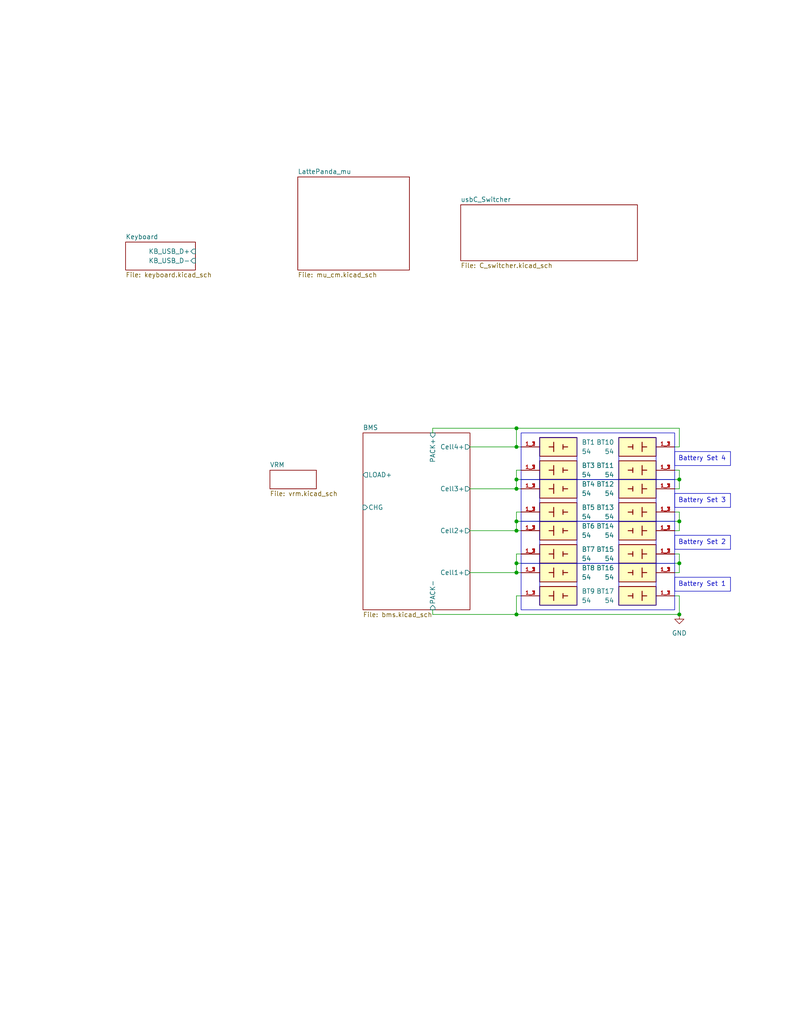
<source format=kicad_sch>
(kicad_sch (version 20231120) (generator "eeschema") (generator_version "8.0")
  (paper "USLetter" portrait)
  (title_block (rev "0"))
  (lib_symbols
    (symbol "54:54" (pin_names (offset 1.016))
      (property "Reference" "BT" (at -5.08 3.302 0))
      (property "Value" "54" (at -5.08 -5.08 0))
      (symbol "54_0_0"
        (rectangle (start -5.08 -2.54) (end 5.08 2.54) (stroke (width 0.254)) (fill (type background)))
        (polyline (pts (xy -1.27 0) (xy -2.54 0)) (stroke (width 0.254)))
        (polyline (pts (xy -1.27 0) (xy -1.27 -1.27)) (stroke (width 0.254)))
        (polyline (pts (xy -1.27 1.27) (xy -1.27 0)) (stroke (width 0.254)))
        (polyline (pts (xy 1.27 0) (xy 1.27 -0.635)) (stroke (width 0.254)))
        (polyline (pts (xy 1.27 0) (xy 2.54 0)) (stroke (width 0.254)))
        (polyline (pts (xy 1.27 0.635) (xy 1.27 0)) (stroke (width 0.254)))
        (pin passive line (at -10.16 0 0) (length 5.08) (name "~") (number "1_1"))
        (pin passive line (at -10.16 0 0) (length 5.08) (name "~") (number "1_2"))
        (pin passive line (at -10.16 0 0) (length 5.08) (name "~") (number "1_3"))
      )
    )
    (symbol "power:GND" (power) (pin_numbers hide) (pin_names (offset 0) hide)
      (property "Value" "GND" (at 0 -3.81 0))
      (symbol "GND_0_1"
        (polyline (pts (xy 0 0) (xy 0 -1.27) (xy 1.27 -1.27) (xy 0 -2.54) (xy -1.27 -1.27) (xy 0 -1.27)))
      )
      (symbol "GND_1_1"
        (pin power_in line (at 0 0 270) (length 0) (name "~") (number "1"))
      )
    )
  )
  (junction (at 140.97 121.92))
  (junction (at 140.97 116.84))
  (junction (at 140.97 167.64))
  (junction (at 185.42 153.67))
  (junction (at 140.97 133.35))
  (junction (at 140.97 130.81))
  (junction (at 185.42 142.24))
  (junction (at 140.97 144.78))
  (junction (at 140.97 142.24))
  (junction (at 185.42 130.81))
  (junction (at 185.42 167.64))
  (junction (at 140.97 153.67))
  (junction (at 140.97 156.21))
  (wire (pts (xy 140.97 121.92) (xy 140.97 116.84)))
  (wire (pts (xy 185.42 162.56) (xy 185.42 167.64)))
  (wire (pts (xy 185.42 142.24) (xy 185.42 139.7)))
  (wire (pts (xy 185.42 139.7) (xy 184.15 139.7)))
  (wire (pts (xy 184.15 121.92) (xy 185.42 121.92)))
  (wire (pts (xy 140.97 151.13) (xy 142.24 151.13)))
  (wire (pts (xy 140.97 156.21) (xy 140.97 153.67)))
  (wire (pts (xy 140.97 142.24) (xy 140.97 139.7)))
  (wire (pts (xy 118.11 116.84) (xy 118.11 118.11)))
  (wire (pts (xy 140.97 167.64) (xy 140.97 162.56)))
  (wire (pts (xy 118.11 166.37) (xy 118.11 167.64)))
  (wire (pts (xy 184.15 144.78) (xy 185.42 144.78)))
  (wire (pts (xy 184.15 156.21) (xy 185.42 156.21)))
  (wire (pts (xy 140.97 128.27) (xy 142.24 128.27)))
  (wire (pts (xy 185.42 167.64) (xy 140.97 167.64)))
  (wire (pts (xy 142.24 144.78) (xy 140.97 144.78)))
  (wire (pts (xy 185.42 156.21) (xy 185.42 153.67)))
  (wire (pts (xy 185.42 130.81) (xy 185.42 128.27)))
  (wire (pts (xy 184.15 128.27) (xy 185.42 128.27)))
  (wire (pts (xy 118.11 167.64) (xy 140.97 167.64)))
  (wire (pts (xy 142.24 156.21) (xy 140.97 156.21)))
  (wire (pts (xy 185.42 151.13) (xy 184.15 151.13)))
  (wire (pts (xy 140.97 144.78) (xy 140.97 142.24)))
  (wire (pts (xy 140.97 153.67) (xy 185.42 153.67)))
  (wire (pts (xy 142.24 133.35) (xy 140.97 133.35)))
  (wire (pts (xy 142.24 121.92) (xy 140.97 121.92)))
  (wire (pts (xy 140.97 116.84) (xy 185.42 116.84)))
  (wire (pts (xy 140.97 162.56) (xy 142.24 162.56)))
  (wire (pts (xy 128.27 133.35) (xy 140.97 133.35)))
  (wire (pts (xy 140.97 139.7) (xy 142.24 139.7)))
  (wire (pts (xy 140.97 133.35) (xy 140.97 130.81)))
  (wire (pts (xy 140.97 153.67) (xy 140.97 151.13)))
  (wire (pts (xy 185.42 133.35) (xy 185.42 130.81)))
  (wire (pts (xy 184.15 162.56) (xy 185.42 162.56)))
  (wire (pts (xy 128.27 144.78) (xy 140.97 144.78)))
  (wire (pts (xy 128.27 121.92) (xy 140.97 121.92)))
  (wire (pts (xy 184.15 133.35) (xy 185.42 133.35)))
  (wire (pts (xy 140.97 130.81) (xy 140.97 128.27)))
  (wire (pts (xy 140.97 130.81) (xy 185.42 130.81)))
  (wire (pts (xy 140.97 142.24) (xy 185.42 142.24)))
  (wire (pts (xy 185.42 153.67) (xy 185.42 151.13)))
  (wire (pts (xy 118.11 116.84) (xy 140.97 116.84)))
  (wire (pts (xy 185.42 116.84) (xy 185.42 121.92)))
  (wire (pts (xy 185.42 144.78) (xy 185.42 142.24)))
  (wire (pts (xy 128.27 156.21) (xy 140.97 156.21)))
  (rectangle (start 147.32 119.38) (end 157.48 130.81))
  (rectangle (start 168.91 119.38) (end 179.07 130.81))
  (rectangle (start 147.32 142.24) (end 157.48 153.67))
  (rectangle (start 142.24 130.81) (end 184.15 142.24))
  (rectangle (start 168.91 130.81) (end 179.07 142.24))
  (rectangle (start 168.91 153.67) (end 179.07 165.1))
  (rectangle (start 147.32 153.67) (end 157.48 165.1))
  (rectangle (start 147.32 130.81) (end 157.48 142.24))
  (rectangle (start 142.24 142.24) (end 184.15 153.67))
  (rectangle (start 168.91 142.24) (end 179.07 153.67))
  (rectangle (start 142.24 153.67) (end 184.15 166.37))
  (rectangle (start 142.24 118.11) (end 184.15 130.81))
  (text_box "Battery Set 2\n" (at 184.15 146.05 0) (size 15.24 3.81) (effects (font (size 1.27 1.27)) (justify left top)))
  (text_box "Battery Set 1" (at 184.15 157.48 0) (size 15.24 3.81) (effects (font (size 1.27 1.27)) (justify left top)))
  (text_box "Battery Set 3\n" (at 184.15 134.62 0) (size 15.24 3.81) (effects (font (size 1.27 1.27)) (justify left top)))
  (text_box "Battery Set 4" (at 184.15 123.19 0) (size 15.24 3.81) (effects (font (size 1.27 1.27)) (justify left top)))
  (symbol (lib_id "54:54") (at 173.99 144.78 0) (mirror y) (unit 1)
    (property "Reference" "BT14" (at 167.64 143.5099 0) (effects (justify left)))
    (property "Value" "54" (at 167.64 146.0499 0) (effects (justify left)))
    (property "Footprint" "54:BAT_54" (effects (hide yes)))
    (property "MF" "Keystone Electronics" (effects (hide yes)))
    (property "MAXIMUM_PACKAGE_HEIGHT" "18.3mm" (effects (hide yes)))
    (property "Package" "NON-STANDARD Keystone" (effects (hide yes)))
    (property "Price" "None" (effects (hide yes)))
    (property "Check_prices" "https://www.snapeda.com/parts/54/Keystone/view-part/?ref=eda" (effects (hide yes)))
    (property "STANDARD" "Manufacturer Recommendations" (effects (hide yes)))
    (property "PARTREV" "E" (effects (hide yes)))
    (property "SnapEDA_Link" "https://www.snapeda.com/parts/54/Keystone/view-part/?ref=snap" (effects (hide yes)))
    (property "MP" "54" (effects (hide yes)))
    (property "Description_1" "\n                        \n                            Battery Clip, THM, 1 Cell, 17mm-19mm, CR123A, 2/3A, 17350, 18350, 18650 | Keystone Electronics 54\n                        \n" (effects (hide yes)))
    (property "MANUFACTURER" "Keystone Electronics" (effects (hide yes)))
    (property "Availability" "In Stock" (effects (hide yes)))
    (property "SNAPEDA_PN" "54" (effects (hide yes)))
  )
  (symbol (lib_id "54:54") (at 152.4 128.27 0) (unit 1)
    (property "Reference" "BT3" (at 158.75 126.9999 0) (effects (justify left)))
    (property "Value" "54" (at 158.75 129.5399 0) (effects (justify left)))
    (property "Footprint" "54:BAT_54" (effects (hide yes)))
    (property "MF" "Keystone Electronics" (effects (hide yes)))
    (property "MAXIMUM_PACKAGE_HEIGHT" "18.3mm" (effects (hide yes)))
    (property "Package" "NON-STANDARD Keystone" (effects (hide yes)))
    (property "Price" "None" (effects (hide yes)))
    (property "Check_prices" "https://www.snapeda.com/parts/54/Keystone/view-part/?ref=eda" (effects (hide yes)))
    (property "STANDARD" "Manufacturer Recommendations" (effects (hide yes)))
    (property "PARTREV" "E" (effects (hide yes)))
    (property "SnapEDA_Link" "https://www.snapeda.com/parts/54/Keystone/view-part/?ref=snap" (effects (hide yes)))
    (property "MP" "54" (effects (hide yes)))
    (property "Description_1" "\n                        \n                            Battery Clip, THM, 1 Cell, 17mm-19mm, CR123A, 2/3A, 17350, 18350, 18650 | Keystone Electronics 54\n                        \n" (effects (hide yes)))
    (property "MANUFACTURER" "Keystone Electronics" (effects (hide yes)))
    (property "Availability" "In Stock" (effects (hide yes)))
    (property "SNAPEDA_PN" "54" (effects (hide yes)))
  )
  (symbol (lib_id "54:54") (at 173.99 121.92 0) (mirror y) (unit 1)
    (property "Reference" "BT10" (at 167.64 120.6499 0) (effects (justify left)))
    (property "Value" "54" (at 167.64 123.1899 0) (effects (justify left)))
    (property "Footprint" "54:BAT_54" (effects (hide yes)))
    (property "MF" "Keystone Electronics" (effects (hide yes)))
    (property "MAXIMUM_PACKAGE_HEIGHT" "18.3mm" (effects (hide yes)))
    (property "Package" "NON-STANDARD Keystone" (effects (hide yes)))
    (property "Price" "None" (effects (hide yes)))
    (property "Check_prices" "https://www.snapeda.com/parts/54/Keystone/view-part/?ref=eda" (effects (hide yes)))
    (property "STANDARD" "Manufacturer Recommendations" (effects (hide yes)))
    (property "PARTREV" "E" (effects (hide yes)))
    (property "SnapEDA_Link" "https://www.snapeda.com/parts/54/Keystone/view-part/?ref=snap" (effects (hide yes)))
    (property "MP" "54" (effects (hide yes)))
    (property "Description_1" "\n                        \n                            Battery Clip, THM, 1 Cell, 17mm-19mm, CR123A, 2/3A, 17350, 18350, 18650 | Keystone Electronics 54\n                        \n" (effects (hide yes)))
    (property "MANUFACTURER" "Keystone Electronics" (effects (hide yes)))
    (property "Availability" "In Stock" (effects (hide yes)))
    (property "SNAPEDA_PN" "54" (effects (hide yes)))
  )
  (symbol (lib_id "54:54") (at 173.99 162.56 0) (mirror y) (unit 1)
    (property "Reference" "BT17" (at 167.64 161.2899 0) (effects (justify left)))
    (property "Value" "54" (at 167.64 163.8299 0) (effects (justify left)))
    (property "Footprint" "54:BAT_54" (effects (hide yes)))
    (property "MF" "Keystone Electronics" (effects (hide yes)))
    (property "MAXIMUM_PACKAGE_HEIGHT" "18.3mm" (effects (hide yes)))
    (property "Package" "NON-STANDARD Keystone" (effects (hide yes)))
    (property "Price" "None" (effects (hide yes)))
    (property "Check_prices" "https://www.snapeda.com/parts/54/Keystone/view-part/?ref=eda" (effects (hide yes)))
    (property "STANDARD" "Manufacturer Recommendations" (effects (hide yes)))
    (property "PARTREV" "E" (effects (hide yes)))
    (property "SnapEDA_Link" "https://www.snapeda.com/parts/54/Keystone/view-part/?ref=snap" (effects (hide yes)))
    (property "MP" "54" (effects (hide yes)))
    (property "Description_1" "\n                        \n                            Battery Clip, THM, 1 Cell, 17mm-19mm, CR123A, 2/3A, 17350, 18350, 18650 | Keystone Electronics 54\n                        \n" (effects (hide yes)))
    (property "MANUFACTURER" "Keystone Electronics" (effects (hide yes)))
    (property "Availability" "In Stock" (effects (hide yes)))
    (property "SNAPEDA_PN" "54" (effects (hide yes)))
  )
  (symbol (lib_id "54:54") (at 152.4 133.35 0) (unit 1)
    (property "Reference" "BT4" (at 158.75 132.0799 0) (effects (justify left)))
    (property "Value" "54" (at 158.75 134.6199 0) (effects (justify left)))
    (property "Footprint" "54:BAT_54" (effects (hide yes)))
    (property "MF" "Keystone Electronics" (effects (hide yes)))
    (property "MAXIMUM_PACKAGE_HEIGHT" "18.3mm" (effects (hide yes)))
    (property "Package" "NON-STANDARD Keystone" (effects (hide yes)))
    (property "Price" "None" (effects (hide yes)))
    (property "Check_prices" "https://www.snapeda.com/parts/54/Keystone/view-part/?ref=eda" (effects (hide yes)))
    (property "STANDARD" "Manufacturer Recommendations" (effects (hide yes)))
    (property "PARTREV" "E" (effects (hide yes)))
    (property "SnapEDA_Link" "https://www.snapeda.com/parts/54/Keystone/view-part/?ref=snap" (effects (hide yes)))
    (property "MP" "54" (effects (hide yes)))
    (property "Description_1" "\n                        \n                            Battery Clip, THM, 1 Cell, 17mm-19mm, CR123A, 2/3A, 17350, 18350, 18650 | Keystone Electronics 54\n                        \n" (effects (hide yes)))
    (property "MANUFACTURER" "Keystone Electronics" (effects (hide yes)))
    (property "Availability" "In Stock" (effects (hide yes)))
    (property "SNAPEDA_PN" "54" (effects (hide yes)))
  )
  (symbol (lib_id "54:54") (at 173.99 133.35 0) (mirror y) (unit 1)
    (property "Reference" "BT12" (at 167.64 132.0799 0) (effects (justify left)))
    (property "Value" "54" (at 167.64 134.6199 0) (effects (justify left)))
    (property "Footprint" "54:BAT_54" (effects (hide yes)))
    (property "MF" "Keystone Electronics" (effects (hide yes)))
    (property "MAXIMUM_PACKAGE_HEIGHT" "18.3mm" (effects (hide yes)))
    (property "Package" "NON-STANDARD Keystone" (effects (hide yes)))
    (property "Price" "None" (effects (hide yes)))
    (property "Check_prices" "https://www.snapeda.com/parts/54/Keystone/view-part/?ref=eda" (effects (hide yes)))
    (property "STANDARD" "Manufacturer Recommendations" (effects (hide yes)))
    (property "PARTREV" "E" (effects (hide yes)))
    (property "SnapEDA_Link" "https://www.snapeda.com/parts/54/Keystone/view-part/?ref=snap" (effects (hide yes)))
    (property "MP" "54" (effects (hide yes)))
    (property "Description_1" "\n                        \n                            Battery Clip, THM, 1 Cell, 17mm-19mm, CR123A, 2/3A, 17350, 18350, 18650 | Keystone Electronics 54\n                        \n" (effects (hide yes)))
    (property "MANUFACTURER" "Keystone Electronics" (effects (hide yes)))
    (property "Availability" "In Stock" (effects (hide yes)))
    (property "SNAPEDA_PN" "54" (effects (hide yes)))
  )
  (symbol (lib_id "54:54") (at 152.4 162.56 0) (unit 1)
    (property "Reference" "BT9" (at 158.75 161.2899 0) (effects (justify left)))
    (property "Value" "54" (at 158.75 163.8299 0) (effects (justify left)))
    (property "Footprint" "54:BAT_54" (effects (hide yes)))
    (property "MF" "Keystone Electronics" (effects (hide yes)))
    (property "MAXIMUM_PACKAGE_HEIGHT" "18.3mm" (effects (hide yes)))
    (property "Package" "NON-STANDARD Keystone" (effects (hide yes)))
    (property "Price" "None" (effects (hide yes)))
    (property "Check_prices" "https://www.snapeda.com/parts/54/Keystone/view-part/?ref=eda" (effects (hide yes)))
    (property "STANDARD" "Manufacturer Recommendations" (effects (hide yes)))
    (property "PARTREV" "E" (effects (hide yes)))
    (property "SnapEDA_Link" "https://www.snapeda.com/parts/54/Keystone/view-part/?ref=snap" (effects (hide yes)))
    (property "MP" "54" (effects (hide yes)))
    (property "Description_1" "\n                        \n                            Battery Clip, THM, 1 Cell, 17mm-19mm, CR123A, 2/3A, 17350, 18350, 18650 | Keystone Electronics 54\n                        \n" (effects (hide yes)))
    (property "MANUFACTURER" "Keystone Electronics" (effects (hide yes)))
    (property "Availability" "In Stock" (effects (hide yes)))
    (property "SNAPEDA_PN" "54" (effects (hide yes)))
  )
  (symbol (lib_id "54:54") (at 152.4 139.7 0) (unit 1)
    (property "Reference" "BT5" (at 158.75 138.4299 0) (effects (justify left)))
    (property "Value" "54" (at 158.75 140.9699 0) (effects (justify left)))
    (property "Footprint" "54:BAT_54" (effects (hide yes)))
    (property "MF" "Keystone Electronics" (effects (hide yes)))
    (property "MAXIMUM_PACKAGE_HEIGHT" "18.3mm" (effects (hide yes)))
    (property "Package" "NON-STANDARD Keystone" (effects (hide yes)))
    (property "Price" "None" (effects (hide yes)))
    (property "Check_prices" "https://www.snapeda.com/parts/54/Keystone/view-part/?ref=eda" (effects (hide yes)))
    (property "STANDARD" "Manufacturer Recommendations" (effects (hide yes)))
    (property "PARTREV" "E" (effects (hide yes)))
    (property "SnapEDA_Link" "https://www.snapeda.com/parts/54/Keystone/view-part/?ref=snap" (effects (hide yes)))
    (property "MP" "54" (effects (hide yes)))
    (property "Description_1" "\n                        \n                            Battery Clip, THM, 1 Cell, 17mm-19mm, CR123A, 2/3A, 17350, 18350, 18650 | Keystone Electronics 54\n                        \n" (effects (hide yes)))
    (property "MANUFACTURER" "Keystone Electronics" (effects (hide yes)))
    (property "Availability" "In Stock" (effects (hide yes)))
    (property "SNAPEDA_PN" "54" (effects (hide yes)))
  )
  (symbol (lib_id "54:54") (at 152.4 144.78 0) (unit 1)
    (property "Reference" "BT6" (at 158.75 143.5099 0) (effects (justify left)))
    (property "Value" "54" (at 158.75 146.0499 0) (effects (justify left)))
    (property "Footprint" "54:BAT_54" (effects (hide yes)))
    (property "MF" "Keystone Electronics" (effects (hide yes)))
    (property "MAXIMUM_PACKAGE_HEIGHT" "18.3mm" (effects (hide yes)))
    (property "Package" "NON-STANDARD Keystone" (effects (hide yes)))
    (property "Price" "None" (effects (hide yes)))
    (property "Check_prices" "https://www.snapeda.com/parts/54/Keystone/view-part/?ref=eda" (effects (hide yes)))
    (property "STANDARD" "Manufacturer Recommendations" (effects (hide yes)))
    (property "PARTREV" "E" (effects (hide yes)))
    (property "SnapEDA_Link" "https://www.snapeda.com/parts/54/Keystone/view-part/?ref=snap" (effects (hide yes)))
    (property "MP" "54" (effects (hide yes)))
    (property "Description_1" "\n                        \n                            Battery Clip, THM, 1 Cell, 17mm-19mm, CR123A, 2/3A, 17350, 18350, 18650 | Keystone Electronics 54\n                        \n" (effects (hide yes)))
    (property "MANUFACTURER" "Keystone Electronics" (effects (hide yes)))
    (property "Availability" "In Stock" (effects (hide yes)))
    (property "SNAPEDA_PN" "54" (effects (hide yes)))
  )
  (symbol (lib_id "54:54") (at 173.99 139.7 0) (mirror y) (unit 1)
    (property "Reference" "BT13" (at 167.64 138.4299 0) (effects (justify left)))
    (property "Value" "54" (at 167.64 140.9699 0) (effects (justify left)))
    (property "Footprint" "54:BAT_54" (effects (hide yes)))
    (property "MF" "Keystone Electronics" (effects (hide yes)))
    (property "MAXIMUM_PACKAGE_HEIGHT" "18.3mm" (effects (hide yes)))
    (property "Package" "NON-STANDARD Keystone" (effects (hide yes)))
    (property "Price" "None" (effects (hide yes)))
    (property "Check_prices" "https://www.snapeda.com/parts/54/Keystone/view-part/?ref=eda" (effects (hide yes)))
    (property "STANDARD" "Manufacturer Recommendations" (effects (hide yes)))
    (property "PARTREV" "E" (effects (hide yes)))
    (property "SnapEDA_Link" "https://www.snapeda.com/parts/54/Keystone/view-part/?ref=snap" (effects (hide yes)))
    (property "MP" "54" (effects (hide yes)))
    (property "Description_1" "\n                        \n                            Battery Clip, THM, 1 Cell, 17mm-19mm, CR123A, 2/3A, 17350, 18350, 18650 | Keystone Electronics 54\n                        \n" (effects (hide yes)))
    (property "MANUFACTURER" "Keystone Electronics" (effects (hide yes)))
    (property "Availability" "In Stock" (effects (hide yes)))
    (property "SNAPEDA_PN" "54" (effects (hide yes)))
  )
  (symbol (lib_id "54:54") (at 152.4 151.13 0) (unit 1)
    (property "Reference" "BT7" (at 158.75 149.8599 0) (effects (justify left)))
    (property "Value" "54" (at 158.75 152.3999 0) (effects (justify left)))
    (property "Footprint" "54:BAT_54" (effects (hide yes)))
    (property "MF" "Keystone Electronics" (effects (hide yes)))
    (property "MAXIMUM_PACKAGE_HEIGHT" "18.3mm" (effects (hide yes)))
    (property "Package" "NON-STANDARD Keystone" (effects (hide yes)))
    (property "Price" "None" (effects (hide yes)))
    (property "Check_prices" "https://www.snapeda.com/parts/54/Keystone/view-part/?ref=eda" (effects (hide yes)))
    (property "STANDARD" "Manufacturer Recommendations" (effects (hide yes)))
    (property "PARTREV" "E" (effects (hide yes)))
    (property "SnapEDA_Link" "https://www.snapeda.com/parts/54/Keystone/view-part/?ref=snap" (effects (hide yes)))
    (property "MP" "54" (effects (hide yes)))
    (property "Description_1" "\n                        \n                            Battery Clip, THM, 1 Cell, 17mm-19mm, CR123A, 2/3A, 17350, 18350, 18650 | Keystone Electronics 54\n                        \n" (effects (hide yes)))
    (property "MANUFACTURER" "Keystone Electronics" (effects (hide yes)))
    (property "Availability" "In Stock" (effects (hide yes)))
    (property "SNAPEDA_PN" "54" (effects (hide yes)))
  )
  (symbol (lib_id "54:54") (at 152.4 121.92 0) (unit 1)
    (property "Reference" "BT1" (at 158.75 120.6499 0) (effects (justify left)))
    (property "Value" "54" (at 158.75 123.1899 0) (effects (justify left)))
    (property "Footprint" "54:BAT_54" (effects (hide yes)))
    (property "MF" "Keystone Electronics" (effects (hide yes)))
    (property "MAXIMUM_PACKAGE_HEIGHT" "18.3mm" (effects (hide yes)))
    (property "Package" "NON-STANDARD Keystone" (effects (hide yes)))
    (property "Price" "None" (effects (hide yes)))
    (property "Check_prices" "https://www.snapeda.com/parts/54/Keystone/view-part/?ref=eda" (effects (hide yes)))
    (property "STANDARD" "Manufacturer Recommendations" (effects (hide yes)))
    (property "PARTREV" "E" (effects (hide yes)))
    (property "SnapEDA_Link" "https://www.snapeda.com/parts/54/Keystone/view-part/?ref=snap" (effects (hide yes)))
    (property "MP" "54" (effects (hide yes)))
    (property "Description_1" "\n                        \n                            Battery Clip, THM, 1 Cell, 17mm-19mm, CR123A, 2/3A, 17350, 18350, 18650 | Keystone Electronics 54\n                        \n" (effects (hide yes)))
    (property "MANUFACTURER" "Keystone Electronics" (effects (hide yes)))
    (property "Availability" "In Stock" (effects (hide yes)))
    (property "SNAPEDA_PN" "54" (effects (hide yes)))
  )
  (symbol (lib_id "54:54") (at 173.99 156.21 0) (mirror y) (unit 1)
    (property "Reference" "BT16" (at 167.64 154.9399 0) (effects (justify left)))
    (property "Value" "54" (at 167.64 157.4799 0) (effects (justify left)))
    (property "Footprint" "54:BAT_54" (effects (hide yes)))
    (property "MF" "Keystone Electronics" (effects (hide yes)))
    (property "MAXIMUM_PACKAGE_HEIGHT" "18.3mm" (effects (hide yes)))
    (property "Package" "NON-STANDARD Keystone" (effects (hide yes)))
    (property "Price" "None" (effects (hide yes)))
    (property "Check_prices" "https://www.snapeda.com/parts/54/Keystone/view-part/?ref=eda" (effects (hide yes)))
    (property "STANDARD" "Manufacturer Recommendations" (effects (hide yes)))
    (property "PARTREV" "E" (effects (hide yes)))
    (property "SnapEDA_Link" "https://www.snapeda.com/parts/54/Keystone/view-part/?ref=snap" (effects (hide yes)))
    (property "MP" "54" (effects (hide yes)))
    (property "Description_1" "\n                        \n                            Battery Clip, THM, 1 Cell, 17mm-19mm, CR123A, 2/3A, 17350, 18350, 18650 | Keystone Electronics 54\n                        \n" (effects (hide yes)))
    (property "MANUFACTURER" "Keystone Electronics" (effects (hide yes)))
    (property "Availability" "In Stock" (effects (hide yes)))
    (property "SNAPEDA_PN" "54" (effects (hide yes)))
  )
  (symbol (lib_id "54:54") (at 152.4 156.21 0) (unit 1)
    (property "Reference" "BT8" (at 158.75 154.9399 0) (effects (justify left)))
    (property "Value" "54" (at 158.75 157.4799 0) (effects (justify left)))
    (property "Footprint" "54:BAT_54" (effects (hide yes)))
    (property "MF" "Keystone Electronics" (effects (hide yes)))
    (property "MAXIMUM_PACKAGE_HEIGHT" "18.3mm" (effects (hide yes)))
    (property "Package" "NON-STANDARD Keystone" (effects (hide yes)))
    (property "Price" "None" (effects (hide yes)))
    (property "Check_prices" "https://www.snapeda.com/parts/54/Keystone/view-part/?ref=eda" (effects (hide yes)))
    (property "STANDARD" "Manufacturer Recommendations" (effects (hide yes)))
    (property "PARTREV" "E" (effects (hide yes)))
    (property "SnapEDA_Link" "https://www.snapeda.com/parts/54/Keystone/view-part/?ref=snap" (effects (hide yes)))
    (property "MP" "54" (effects (hide yes)))
    (property "Description_1" "\n                        \n                            Battery Clip, THM, 1 Cell, 17mm-19mm, CR123A, 2/3A, 17350, 18350, 18650 | Keystone Electronics 54\n                        \n" (effects (hide yes)))
    (property "MANUFACTURER" "Keystone Electronics" (effects (hide yes)))
    (property "Availability" "In Stock" (effects (hide yes)))
    (property "SNAPEDA_PN" "54" (effects (hide yes)))
  )
  (symbol (lib_id "power:GND") (at 185.42 167.64 0) (unit 1)
    (property "Reference" "#PWR031" (effects (hide yes)))
    (property "Value" "GND" (at 185.42 172.72 0))
    (property "Description" "Power symbol creates a global label with name \"GND\" , ground" (effects (hide yes)))
  )
  (symbol (lib_id "54:54") (at 173.99 151.13 0) (mirror y) (unit 1)
    (property "Reference" "BT15" (at 167.64 149.8599 0) (effects (justify left)))
    (property "Value" "54" (at 167.64 152.3999 0) (effects (justify left)))
    (property "Footprint" "54:BAT_54" (effects (hide yes)))
    (property "MF" "Keystone Electronics" (effects (hide yes)))
    (property "MAXIMUM_PACKAGE_HEIGHT" "18.3mm" (effects (hide yes)))
    (property "Package" "NON-STANDARD Keystone" (effects (hide yes)))
    (property "Price" "None" (effects (hide yes)))
    (property "Check_prices" "https://www.snapeda.com/parts/54/Keystone/view-part/?ref=eda" (effects (hide yes)))
    (property "STANDARD" "Manufacturer Recommendations" (effects (hide yes)))
    (property "PARTREV" "E" (effects (hide yes)))
    (property "SnapEDA_Link" "https://www.snapeda.com/parts/54/Keystone/view-part/?ref=snap" (effects (hide yes)))
    (property "MP" "54" (effects (hide yes)))
    (property "Description_1" "\n                        \n                            Battery Clip, THM, 1 Cell, 17mm-19mm, CR123A, 2/3A, 17350, 18350, 18650 | Keystone Electronics 54\n                        \n" (effects (hide yes)))
    (property "MANUFACTURER" "Keystone Electronics" (effects (hide yes)))
    (property "Availability" "In Stock" (effects (hide yes)))
    (property "SNAPEDA_PN" "54" (effects (hide yes)))
  )
  (symbol (lib_id "54:54") (at 173.99 128.27 0) (mirror y) (unit 1)
    (property "Reference" "BT11" (at 167.64 126.9999 0) (effects (justify left)))
    (property "Value" "54" (at 167.64 129.5399 0) (effects (justify left)))
    (property "Footprint" "54:BAT_54" (effects (hide yes)))
    (property "MF" "Keystone Electronics" (effects (hide yes)))
    (property "MAXIMUM_PACKAGE_HEIGHT" "18.3mm" (effects (hide yes)))
    (property "Package" "NON-STANDARD Keystone" (effects (hide yes)))
    (property "Price" "None" (effects (hide yes)))
    (property "Check_prices" "https://www.snapeda.com/parts/54/Keystone/view-part/?ref=eda" (effects (hide yes)))
    (property "STANDARD" "Manufacturer Recommendations" (effects (hide yes)))
    (property "PARTREV" "E" (effects (hide yes)))
    (property "SnapEDA_Link" "https://www.snapeda.com/parts/54/Keystone/view-part/?ref=snap" (effects (hide yes)))
    (property "MP" "54" (effects (hide yes)))
    (property "Description_1" "\n                        \n                            Battery Clip, THM, 1 Cell, 17mm-19mm, CR123A, 2/3A, 17350, 18350, 18650 | Keystone Electronics 54\n                        \n" (effects (hide yes)))
    (property "MANUFACTURER" "Keystone Electronics" (effects (hide yes)))
    (property "Availability" "In Stock" (effects (hide yes)))
    (property "SNAPEDA_PN" "54" (effects (hide yes)))
  )
  (sheet (at 34.29 66.04) (size 19.05 7.62) (stroke (width 0.1524))
    (property "Sheetname" "Keyboard" (at 34.29 65.3284 0) (effects (justify left bottom)))
    (property "Sheetfile" "keyboard.kicad_sch" (at 34.29 74.2446 0) (effects (justify left top)))
    (pin "KB_USB_D-" input (at 53.34 71.12 0))
    (pin "KB_USB_D+" input (at 53.34 68.58 0))
  )
  (sheet (at 125.73 55.88) (size 48.26 15.24) (stroke (width 0.1524))
    (property "Sheetname" "usbC_Switcher" (at 125.73 55.1684 0) (effects (justify left bottom)))
    (property "Sheetfile" "C_switcher.kicad_sch" (at 125.73 71.7046 0) (effects (justify left top)))
  )
  (sheet (at 81.28 48.26) (size 30.48 25.4) (stroke (width 0.1524))
    (property "Sheetname" "LattePanda_mu" (at 81.28 47.5484 0) (effects (justify left bottom)))
    (property "Sheetfile" "mu_cm.kicad_sch" (at 81.28 74.2446 0) (effects (justify left top)))
  )
  (sheet (at 73.66 128.27) (size 12.7 5.08) (stroke (width 0.1524))
    (property "Sheetname" "VRM" (at 73.66 127.5584 0) (effects (justify left bottom)))
    (property "Sheetfile" "vrm.kicad_sch" (at 73.66 133.9346 0) (effects (justify left top)))
  )
  (sheet (at 99.06 118.11) (size 29.21 48.26) (stroke (width 0.1524))
    (property "Sheetname" "BMS" (at 99.06 117.3984 0) (effects (justify left bottom)))
    (property "Sheetfile" "bms.kicad_sch" (at 99.06 166.9546 0) (effects (justify left top)))
    (pin "Cell1+" output (at 128.27 156.21 0))
    (pin "Cell2+" output (at 128.27 144.78 0))
    (pin "Cell3+" output (at 128.27 133.35 0))
    (pin "Cell4+" output (at 128.27 121.92 0))
    (pin "CHG" input (at 99.06 138.43 180))
    (pin "LOAD+" output (at 99.06 129.54 180))
    (pin "PACK-" input (at 118.11 166.37 270))
    (pin "PACK+" input (at 118.11 118.11 90))
  )
)
</source>
